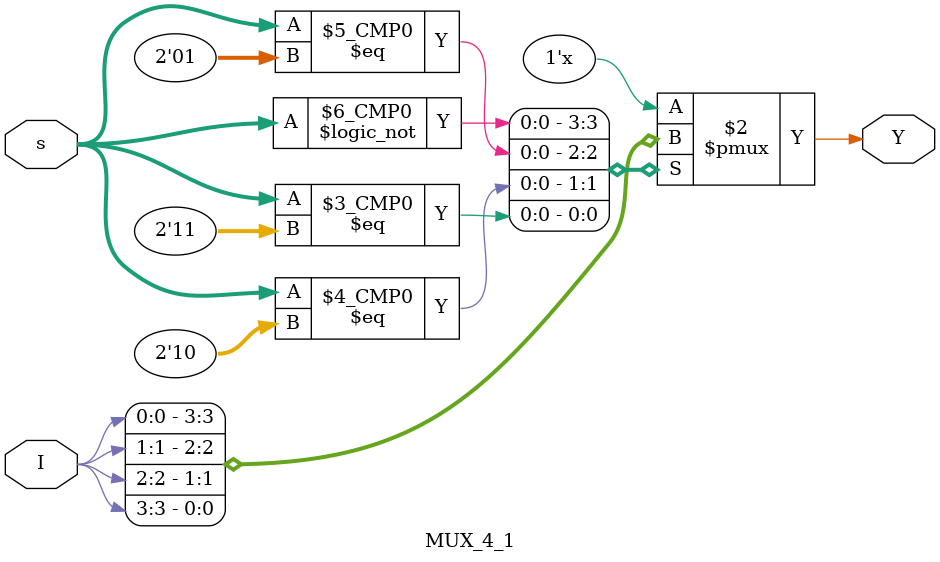
<source format=v>
`timescale 1ns / 1ps
module MUX_4_1(I,s,Y);

input [3:0]I;
output reg Y;
input [1:0] s;

always @(*)
begin
case ({s[1],s[0]})
2'b00: Y = I[0];
2'b01: Y = I[1];
2'b10: Y = I[2];
2'b11: Y = I[3];
endcase
end
endmodule

</source>
